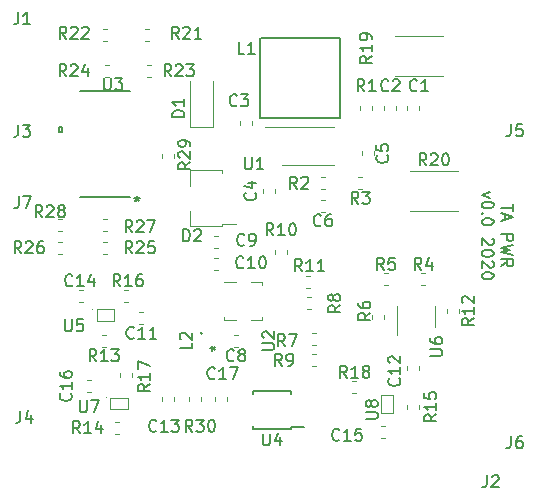
<source format=gto>
G04 #@! TF.GenerationSoftware,KiCad,Pcbnew,(5.1.5)-3*
G04 #@! TF.CreationDate,2020-07-17T16:05:18+01:00*
G04 #@! TF.ProjectId,power-board,706f7765-722d-4626-9f61-72642e6b6963,v0*
G04 #@! TF.SameCoordinates,Original*
G04 #@! TF.FileFunction,Legend,Top*
G04 #@! TF.FilePolarity,Positive*
%FSLAX46Y46*%
G04 Gerber Fmt 4.6, Leading zero omitted, Abs format (unit mm)*
G04 Created by KiCad (PCBNEW (5.1.5)-3) date 2020-07-17 16:05:18*
%MOMM*%
%LPD*%
G04 APERTURE LIST*
%ADD10C,0.150000*%
%ADD11C,0.120000*%
%ADD12C,0.152400*%
G04 APERTURE END LIST*
D10*
X175616619Y-105283333D02*
X175616619Y-105854761D01*
X174616619Y-105569047D02*
X175616619Y-105569047D01*
X174902333Y-106140476D02*
X174902333Y-106616666D01*
X174616619Y-106045238D02*
X175616619Y-106378571D01*
X174616619Y-106711904D01*
X174616619Y-107807142D02*
X175616619Y-107807142D01*
X175616619Y-108188095D01*
X175569000Y-108283333D01*
X175521380Y-108330952D01*
X175426142Y-108378571D01*
X175283285Y-108378571D01*
X175188047Y-108330952D01*
X175140428Y-108283333D01*
X175092809Y-108188095D01*
X175092809Y-107807142D01*
X175616619Y-108711904D02*
X174616619Y-108950000D01*
X175330904Y-109140476D01*
X174616619Y-109330952D01*
X175616619Y-109569047D01*
X174616619Y-110521428D02*
X175092809Y-110188095D01*
X174616619Y-109950000D02*
X175616619Y-109950000D01*
X175616619Y-110330952D01*
X175569000Y-110426190D01*
X175521380Y-110473809D01*
X175426142Y-110521428D01*
X175283285Y-110521428D01*
X175188047Y-110473809D01*
X175140428Y-110426190D01*
X175092809Y-110330952D01*
X175092809Y-109950000D01*
X173633285Y-104235714D02*
X172966619Y-104473809D01*
X173633285Y-104711904D01*
X173966619Y-105283333D02*
X173966619Y-105378571D01*
X173919000Y-105473809D01*
X173871380Y-105521428D01*
X173776142Y-105569047D01*
X173585666Y-105616666D01*
X173347571Y-105616666D01*
X173157095Y-105569047D01*
X173061857Y-105521428D01*
X173014238Y-105473809D01*
X172966619Y-105378571D01*
X172966619Y-105283333D01*
X173014238Y-105188095D01*
X173061857Y-105140476D01*
X173157095Y-105092857D01*
X173347571Y-105045238D01*
X173585666Y-105045238D01*
X173776142Y-105092857D01*
X173871380Y-105140476D01*
X173919000Y-105188095D01*
X173966619Y-105283333D01*
X173061857Y-106045238D02*
X173014238Y-106092857D01*
X172966619Y-106045238D01*
X173014238Y-105997619D01*
X173061857Y-106045238D01*
X172966619Y-106045238D01*
X173966619Y-106711904D02*
X173966619Y-106807142D01*
X173919000Y-106902380D01*
X173871380Y-106950000D01*
X173776142Y-106997619D01*
X173585666Y-107045238D01*
X173347571Y-107045238D01*
X173157095Y-106997619D01*
X173061857Y-106950000D01*
X173014238Y-106902380D01*
X172966619Y-106807142D01*
X172966619Y-106711904D01*
X173014238Y-106616666D01*
X173061857Y-106569047D01*
X173157095Y-106521428D01*
X173347571Y-106473809D01*
X173585666Y-106473809D01*
X173776142Y-106521428D01*
X173871380Y-106569047D01*
X173919000Y-106616666D01*
X173966619Y-106711904D01*
X173871380Y-108188095D02*
X173919000Y-108235714D01*
X173966619Y-108330952D01*
X173966619Y-108569047D01*
X173919000Y-108664285D01*
X173871380Y-108711904D01*
X173776142Y-108759523D01*
X173680904Y-108759523D01*
X173538047Y-108711904D01*
X172966619Y-108140476D01*
X172966619Y-108759523D01*
X173966619Y-109378571D02*
X173966619Y-109473809D01*
X173919000Y-109569047D01*
X173871380Y-109616666D01*
X173776142Y-109664285D01*
X173585666Y-109711904D01*
X173347571Y-109711904D01*
X173157095Y-109664285D01*
X173061857Y-109616666D01*
X173014238Y-109569047D01*
X172966619Y-109473809D01*
X172966619Y-109378571D01*
X173014238Y-109283333D01*
X173061857Y-109235714D01*
X173157095Y-109188095D01*
X173347571Y-109140476D01*
X173585666Y-109140476D01*
X173776142Y-109188095D01*
X173871380Y-109235714D01*
X173919000Y-109283333D01*
X173966619Y-109378571D01*
X173871380Y-110092857D02*
X173919000Y-110140476D01*
X173966619Y-110235714D01*
X173966619Y-110473809D01*
X173919000Y-110569047D01*
X173871380Y-110616666D01*
X173776142Y-110664285D01*
X173680904Y-110664285D01*
X173538047Y-110616666D01*
X172966619Y-110045238D01*
X172966619Y-110664285D01*
X173966619Y-111283333D02*
X173966619Y-111378571D01*
X173919000Y-111473809D01*
X173871380Y-111521428D01*
X173776142Y-111569047D01*
X173585666Y-111616666D01*
X173347571Y-111616666D01*
X173157095Y-111569047D01*
X173061857Y-111521428D01*
X173014238Y-111473809D01*
X172966619Y-111378571D01*
X172966619Y-111283333D01*
X173014238Y-111188095D01*
X173061857Y-111140476D01*
X173157095Y-111092857D01*
X173347571Y-111045238D01*
X173585666Y-111045238D01*
X173776142Y-111092857D01*
X173871380Y-111140476D01*
X173919000Y-111188095D01*
X173966619Y-111283333D01*
D11*
X151141000Y-111868000D02*
X152146000Y-111868000D01*
X154391000Y-111868000D02*
X154391000Y-112098000D01*
X153416000Y-111868000D02*
X154391000Y-111868000D01*
X153416000Y-115088000D02*
X154391000Y-115088000D01*
X154391000Y-114858000D02*
X154391000Y-115088000D01*
X151171000Y-115088000D02*
X152146000Y-115088000D01*
X151171000Y-114858000D02*
X151171000Y-115088000D01*
D12*
X149301200Y-116205000D02*
G75*
G03X149301200Y-116205000I-76200J0D01*
G01*
D11*
X149227000Y-121955779D02*
X149227000Y-121630221D01*
X148207000Y-121955779D02*
X148207000Y-121630221D01*
X155450000Y-103977221D02*
X155450000Y-104302779D01*
X154430000Y-103977221D02*
X154430000Y-104302779D01*
X151008500Y-102415000D02*
X151008500Y-102645000D01*
X151008500Y-107135000D02*
X151008500Y-106905000D01*
X151008500Y-107135000D02*
X148288500Y-107135000D01*
X148288500Y-107135000D02*
X148288500Y-105825000D01*
X152148500Y-106905000D02*
X151008500Y-106905000D01*
X148288500Y-102415000D02*
X151008500Y-102415000D01*
X148288500Y-103725000D02*
X148288500Y-102415000D01*
X167642000Y-96992221D02*
X167642000Y-97317779D01*
X166622000Y-96992221D02*
X166622000Y-97317779D01*
X164717000Y-96992221D02*
X164717000Y-97317779D01*
X165737000Y-96992221D02*
X165737000Y-97317779D01*
X152525000Y-98587779D02*
X152525000Y-98262221D01*
X153545000Y-98587779D02*
X153545000Y-98262221D01*
X163832000Y-101127779D02*
X163832000Y-100802221D01*
X162812000Y-101127779D02*
X162812000Y-100802221D01*
X159349221Y-105920000D02*
X159674779Y-105920000D01*
X159349221Y-104900000D02*
X159674779Y-104900000D01*
X151983221Y-116330000D02*
X152308779Y-116330000D01*
X151983221Y-117350000D02*
X152308779Y-117350000D01*
X150657779Y-108968000D02*
X150332221Y-108968000D01*
X150657779Y-107948000D02*
X150332221Y-107948000D01*
X150657779Y-109853000D02*
X150332221Y-109853000D01*
X150657779Y-110873000D02*
X150332221Y-110873000D01*
X143982221Y-115445000D02*
X144307779Y-115445000D01*
X143982221Y-114425000D02*
X144307779Y-114425000D01*
X166622000Y-118963221D02*
X166622000Y-119288779D01*
X167642000Y-118963221D02*
X167642000Y-119288779D01*
X146941000Y-121955779D02*
X146941000Y-121630221D01*
X145921000Y-121955779D02*
X145921000Y-121630221D01*
X139227779Y-113540000D02*
X138902221Y-113540000D01*
X139227779Y-112520000D02*
X138902221Y-112520000D01*
X164754779Y-125097000D02*
X164429221Y-125097000D01*
X164754779Y-124077000D02*
X164429221Y-124077000D01*
X139537221Y-120140000D02*
X139862779Y-120140000D01*
X139537221Y-121160000D02*
X139862779Y-121160000D01*
X151386000Y-121955779D02*
X151386000Y-121630221D01*
X150366000Y-121955779D02*
X150366000Y-121630221D01*
X148225000Y-98720000D02*
X150225000Y-98720000D01*
X150225000Y-98720000D02*
X150225000Y-94870000D01*
X148225000Y-98720000D02*
X148225000Y-94870000D01*
D10*
X160982000Y-91240000D02*
X154232000Y-91240000D01*
X160982000Y-97990000D02*
X154232000Y-97990000D01*
X160982000Y-91240000D02*
X160982000Y-97990000D01*
X154200200Y-91240000D02*
X154200200Y-97990000D01*
D11*
X163705000Y-97317779D02*
X163705000Y-96992221D01*
X162685000Y-97317779D02*
X162685000Y-96992221D01*
X159349221Y-104015000D02*
X159674779Y-104015000D01*
X159349221Y-102995000D02*
X159674779Y-102995000D01*
X162524221Y-102995000D02*
X162849779Y-102995000D01*
X162524221Y-104015000D02*
X162849779Y-104015000D01*
X168183779Y-112143000D02*
X167858221Y-112143000D01*
X168183779Y-111123000D02*
X167858221Y-111123000D01*
X165008779Y-111123000D02*
X164683221Y-111123000D01*
X165008779Y-112143000D02*
X164683221Y-112143000D01*
X164721000Y-114645221D02*
X164721000Y-114970779D01*
X163701000Y-114645221D02*
X163701000Y-114970779D01*
X158587221Y-116203000D02*
X158912779Y-116203000D01*
X158587221Y-117223000D02*
X158912779Y-117223000D01*
X158531779Y-113155000D02*
X158206221Y-113155000D01*
X158531779Y-114175000D02*
X158206221Y-114175000D01*
X158912779Y-119001000D02*
X158587221Y-119001000D01*
X158912779Y-117981000D02*
X158587221Y-117981000D01*
X156466000Y-109184221D02*
X156466000Y-109509779D01*
X155446000Y-109184221D02*
X155446000Y-109509779D01*
X158079221Y-112397000D02*
X158404779Y-112397000D01*
X158079221Y-111377000D02*
X158404779Y-111377000D01*
X171071000Y-114137221D02*
X171071000Y-114462779D01*
X170051000Y-114137221D02*
X170051000Y-114462779D01*
X141132779Y-116330000D02*
X140807221Y-116330000D01*
X141132779Y-117350000D02*
X140807221Y-117350000D01*
X142275779Y-123696000D02*
X141950221Y-123696000D01*
X142275779Y-124716000D02*
X141950221Y-124716000D01*
X167642000Y-122265221D02*
X167642000Y-122590779D01*
X166622000Y-122265221D02*
X166622000Y-122590779D01*
X142712221Y-112520000D02*
X143037779Y-112520000D01*
X142712221Y-113540000D02*
X143037779Y-113540000D01*
X142365000Y-119923779D02*
X142365000Y-119598221D01*
X143385000Y-119923779D02*
X143385000Y-119598221D01*
X162341779Y-121287000D02*
X162016221Y-121287000D01*
X162341779Y-120267000D02*
X162016221Y-120267000D01*
X169692064Y-94420000D02*
X165587936Y-94420000D01*
X169692064Y-91000000D02*
X165587936Y-91000000D01*
X166857936Y-105850000D02*
X170962064Y-105850000D01*
X166857936Y-102430000D02*
X170962064Y-102430000D01*
X144815779Y-90422000D02*
X144490221Y-90422000D01*
X144815779Y-91442000D02*
X144490221Y-91442000D01*
X141259779Y-91442000D02*
X140934221Y-91442000D01*
X141259779Y-90422000D02*
X140934221Y-90422000D01*
X144942779Y-93470000D02*
X144617221Y-93470000D01*
X144942779Y-94490000D02*
X144617221Y-94490000D01*
X141386779Y-94490000D02*
X141061221Y-94490000D01*
X141386779Y-93470000D02*
X141061221Y-93470000D01*
X141259779Y-108456000D02*
X140934221Y-108456000D01*
X141259779Y-109476000D02*
X140934221Y-109476000D01*
X137449779Y-109476000D02*
X137124221Y-109476000D01*
X137449779Y-108456000D02*
X137124221Y-108456000D01*
X141259779Y-106551000D02*
X140934221Y-106551000D01*
X141259779Y-107571000D02*
X140934221Y-107571000D01*
X137449779Y-107571000D02*
X137124221Y-107571000D01*
X137449779Y-106551000D02*
X137124221Y-106551000D01*
X146941000Y-101381779D02*
X146941000Y-101056221D01*
X145921000Y-101381779D02*
X145921000Y-101056221D01*
X158242000Y-101940000D02*
X160442000Y-101940000D01*
X158242000Y-101940000D02*
X156042000Y-101940000D01*
X158242000Y-98720000D02*
X160442000Y-98720000D01*
X158242000Y-98720000D02*
X154642000Y-98720000D01*
D12*
X143217900Y-95707200D02*
X138976100Y-95707200D01*
X138976100Y-104698800D02*
X143217900Y-104698800D01*
X137134600Y-99123500D02*
X137134600Y-98742500D01*
X137134600Y-98742500D02*
X137388600Y-98742500D01*
X137388600Y-98742500D02*
X137388600Y-99123500D01*
X137388600Y-99123500D02*
X137134600Y-99123500D01*
D10*
X156819000Y-124307000D02*
X156819000Y-124132000D01*
X153569000Y-124307000D02*
X153569000Y-124032000D01*
X153569000Y-121057000D02*
X153569000Y-121332000D01*
X156819000Y-121057000D02*
X156819000Y-121332000D01*
X156819000Y-124307000D02*
X153569000Y-124307000D01*
X156819000Y-121057000D02*
X153569000Y-121057000D01*
X156819000Y-124132000D02*
X157894000Y-124132000D01*
D11*
X140347000Y-114181000D02*
X140347000Y-115181000D01*
X140347000Y-115181000D02*
X141847000Y-115181000D01*
X141847000Y-115181000D02*
X141847000Y-114181000D01*
X141847000Y-114181000D02*
X140347000Y-114181000D01*
X140047000Y-114181000D02*
G75*
G03X140047000Y-114181000I-50000J0D01*
G01*
X168996000Y-115708000D02*
X168996000Y-113908000D01*
X165776000Y-113908000D02*
X165776000Y-116358000D01*
X141194000Y-121637000D02*
G75*
G03X141194000Y-121637000I-50000J0D01*
G01*
X142994000Y-121637000D02*
X141494000Y-121637000D01*
X142994000Y-122637000D02*
X142994000Y-121637000D01*
X141494000Y-122637000D02*
X142994000Y-122637000D01*
X141494000Y-121637000D02*
X141494000Y-122637000D01*
X164523000Y-123274000D02*
G75*
G03X164523000Y-123274000I-50000J0D01*
G01*
X164473000Y-121424000D02*
X164473000Y-122924000D01*
X165473000Y-121424000D02*
X164473000Y-121424000D01*
X165473000Y-122924000D02*
X165473000Y-121424000D01*
X164473000Y-122924000D02*
X165473000Y-122924000D01*
D10*
X154392380Y-117601904D02*
X155201904Y-117601904D01*
X155297142Y-117554285D01*
X155344761Y-117506666D01*
X155392380Y-117411428D01*
X155392380Y-117220952D01*
X155344761Y-117125714D01*
X155297142Y-117078095D01*
X155201904Y-117030476D01*
X154392380Y-117030476D01*
X154487619Y-116601904D02*
X154440000Y-116554285D01*
X154392380Y-116459047D01*
X154392380Y-116220952D01*
X154440000Y-116125714D01*
X154487619Y-116078095D01*
X154582857Y-116030476D01*
X154678095Y-116030476D01*
X154820952Y-116078095D01*
X155392380Y-116649523D01*
X155392380Y-116030476D01*
X148407380Y-117006666D02*
X148407380Y-117482857D01*
X147407380Y-117482857D01*
X147502619Y-116720952D02*
X147455000Y-116673333D01*
X147407380Y-116578095D01*
X147407380Y-116340000D01*
X147455000Y-116244761D01*
X147502619Y-116197142D01*
X147597857Y-116149523D01*
X147693095Y-116149523D01*
X147835952Y-116197142D01*
X148407380Y-116768571D01*
X148407380Y-116149523D01*
X149947380Y-117475000D02*
X150185476Y-117475000D01*
X150090238Y-117713095D02*
X150185476Y-117475000D01*
X150090238Y-117236904D01*
X150375952Y-117617857D02*
X150185476Y-117475000D01*
X150375952Y-117332142D01*
X148455142Y-124531380D02*
X148121809Y-124055190D01*
X147883714Y-124531380D02*
X147883714Y-123531380D01*
X148264666Y-123531380D01*
X148359904Y-123579000D01*
X148407523Y-123626619D01*
X148455142Y-123721857D01*
X148455142Y-123864714D01*
X148407523Y-123959952D01*
X148359904Y-124007571D01*
X148264666Y-124055190D01*
X147883714Y-124055190D01*
X148788476Y-123531380D02*
X149407523Y-123531380D01*
X149074190Y-123912333D01*
X149217047Y-123912333D01*
X149312285Y-123959952D01*
X149359904Y-124007571D01*
X149407523Y-124102809D01*
X149407523Y-124340904D01*
X149359904Y-124436142D01*
X149312285Y-124483761D01*
X149217047Y-124531380D01*
X148931333Y-124531380D01*
X148836095Y-124483761D01*
X148788476Y-124436142D01*
X150026571Y-123531380D02*
X150121809Y-123531380D01*
X150217047Y-123579000D01*
X150264666Y-123626619D01*
X150312285Y-123721857D01*
X150359904Y-123912333D01*
X150359904Y-124150428D01*
X150312285Y-124340904D01*
X150264666Y-124436142D01*
X150217047Y-124483761D01*
X150121809Y-124531380D01*
X150026571Y-124531380D01*
X149931333Y-124483761D01*
X149883714Y-124436142D01*
X149836095Y-124340904D01*
X149788476Y-124150428D01*
X149788476Y-123912333D01*
X149836095Y-123721857D01*
X149883714Y-123626619D01*
X149931333Y-123579000D01*
X150026571Y-123531380D01*
X153773142Y-104306666D02*
X153820761Y-104354285D01*
X153868380Y-104497142D01*
X153868380Y-104592380D01*
X153820761Y-104735238D01*
X153725523Y-104830476D01*
X153630285Y-104878095D01*
X153439809Y-104925714D01*
X153296952Y-104925714D01*
X153106476Y-104878095D01*
X153011238Y-104830476D01*
X152916000Y-104735238D01*
X152868380Y-104592380D01*
X152868380Y-104497142D01*
X152916000Y-104354285D01*
X152963619Y-104306666D01*
X153201714Y-103449523D02*
X153868380Y-103449523D01*
X152820761Y-103687619D02*
X153535047Y-103925714D01*
X153535047Y-103306666D01*
X147686404Y-108402380D02*
X147686404Y-107402380D01*
X147924500Y-107402380D01*
X148067357Y-107450000D01*
X148162595Y-107545238D01*
X148210214Y-107640476D01*
X148257833Y-107830952D01*
X148257833Y-107973809D01*
X148210214Y-108164285D01*
X148162595Y-108259523D01*
X148067357Y-108354761D01*
X147924500Y-108402380D01*
X147686404Y-108402380D01*
X148638785Y-107497619D02*
X148686404Y-107450000D01*
X148781642Y-107402380D01*
X149019738Y-107402380D01*
X149114976Y-107450000D01*
X149162595Y-107497619D01*
X149210214Y-107592857D01*
X149210214Y-107688095D01*
X149162595Y-107830952D01*
X148591166Y-108402380D01*
X149210214Y-108402380D01*
X167473333Y-95607142D02*
X167425714Y-95654761D01*
X167282857Y-95702380D01*
X167187619Y-95702380D01*
X167044761Y-95654761D01*
X166949523Y-95559523D01*
X166901904Y-95464285D01*
X166854285Y-95273809D01*
X166854285Y-95130952D01*
X166901904Y-94940476D01*
X166949523Y-94845238D01*
X167044761Y-94750000D01*
X167187619Y-94702380D01*
X167282857Y-94702380D01*
X167425714Y-94750000D01*
X167473333Y-94797619D01*
X168425714Y-95702380D02*
X167854285Y-95702380D01*
X168140000Y-95702380D02*
X168140000Y-94702380D01*
X168044761Y-94845238D01*
X167949523Y-94940476D01*
X167854285Y-94988095D01*
X165060333Y-95607142D02*
X165012714Y-95654761D01*
X164869857Y-95702380D01*
X164774619Y-95702380D01*
X164631761Y-95654761D01*
X164536523Y-95559523D01*
X164488904Y-95464285D01*
X164441285Y-95273809D01*
X164441285Y-95130952D01*
X164488904Y-94940476D01*
X164536523Y-94845238D01*
X164631761Y-94750000D01*
X164774619Y-94702380D01*
X164869857Y-94702380D01*
X165012714Y-94750000D01*
X165060333Y-94797619D01*
X165441285Y-94797619D02*
X165488904Y-94750000D01*
X165584142Y-94702380D01*
X165822238Y-94702380D01*
X165917476Y-94750000D01*
X165965095Y-94797619D01*
X166012714Y-94892857D01*
X166012714Y-94988095D01*
X165965095Y-95130952D01*
X165393666Y-95702380D01*
X166012714Y-95702380D01*
X152233333Y-96877142D02*
X152185714Y-96924761D01*
X152042857Y-96972380D01*
X151947619Y-96972380D01*
X151804761Y-96924761D01*
X151709523Y-96829523D01*
X151661904Y-96734285D01*
X151614285Y-96543809D01*
X151614285Y-96400952D01*
X151661904Y-96210476D01*
X151709523Y-96115238D01*
X151804761Y-96020000D01*
X151947619Y-95972380D01*
X152042857Y-95972380D01*
X152185714Y-96020000D01*
X152233333Y-96067619D01*
X152566666Y-95972380D02*
X153185714Y-95972380D01*
X152852380Y-96353333D01*
X152995238Y-96353333D01*
X153090476Y-96400952D01*
X153138095Y-96448571D01*
X153185714Y-96543809D01*
X153185714Y-96781904D01*
X153138095Y-96877142D01*
X153090476Y-96924761D01*
X152995238Y-96972380D01*
X152709523Y-96972380D01*
X152614285Y-96924761D01*
X152566666Y-96877142D01*
X164949142Y-101131666D02*
X164996761Y-101179285D01*
X165044380Y-101322142D01*
X165044380Y-101417380D01*
X164996761Y-101560238D01*
X164901523Y-101655476D01*
X164806285Y-101703095D01*
X164615809Y-101750714D01*
X164472952Y-101750714D01*
X164282476Y-101703095D01*
X164187238Y-101655476D01*
X164092000Y-101560238D01*
X164044380Y-101417380D01*
X164044380Y-101322142D01*
X164092000Y-101179285D01*
X164139619Y-101131666D01*
X164044380Y-100226904D02*
X164044380Y-100703095D01*
X164520571Y-100750714D01*
X164472952Y-100703095D01*
X164425333Y-100607857D01*
X164425333Y-100369761D01*
X164472952Y-100274523D01*
X164520571Y-100226904D01*
X164615809Y-100179285D01*
X164853904Y-100179285D01*
X164949142Y-100226904D01*
X164996761Y-100274523D01*
X165044380Y-100369761D01*
X165044380Y-100607857D01*
X164996761Y-100703095D01*
X164949142Y-100750714D01*
X159345333Y-107037142D02*
X159297714Y-107084761D01*
X159154857Y-107132380D01*
X159059619Y-107132380D01*
X158916761Y-107084761D01*
X158821523Y-106989523D01*
X158773904Y-106894285D01*
X158726285Y-106703809D01*
X158726285Y-106560952D01*
X158773904Y-106370476D01*
X158821523Y-106275238D01*
X158916761Y-106180000D01*
X159059619Y-106132380D01*
X159154857Y-106132380D01*
X159297714Y-106180000D01*
X159345333Y-106227619D01*
X160202476Y-106132380D02*
X160012000Y-106132380D01*
X159916761Y-106180000D01*
X159869142Y-106227619D01*
X159773904Y-106370476D01*
X159726285Y-106560952D01*
X159726285Y-106941904D01*
X159773904Y-107037142D01*
X159821523Y-107084761D01*
X159916761Y-107132380D01*
X160107238Y-107132380D01*
X160202476Y-107084761D01*
X160250095Y-107037142D01*
X160297714Y-106941904D01*
X160297714Y-106703809D01*
X160250095Y-106608571D01*
X160202476Y-106560952D01*
X160107238Y-106513333D01*
X159916761Y-106513333D01*
X159821523Y-106560952D01*
X159773904Y-106608571D01*
X159726285Y-106703809D01*
X151979333Y-118467142D02*
X151931714Y-118514761D01*
X151788857Y-118562380D01*
X151693619Y-118562380D01*
X151550761Y-118514761D01*
X151455523Y-118419523D01*
X151407904Y-118324285D01*
X151360285Y-118133809D01*
X151360285Y-117990952D01*
X151407904Y-117800476D01*
X151455523Y-117705238D01*
X151550761Y-117610000D01*
X151693619Y-117562380D01*
X151788857Y-117562380D01*
X151931714Y-117610000D01*
X151979333Y-117657619D01*
X152550761Y-117990952D02*
X152455523Y-117943333D01*
X152407904Y-117895714D01*
X152360285Y-117800476D01*
X152360285Y-117752857D01*
X152407904Y-117657619D01*
X152455523Y-117610000D01*
X152550761Y-117562380D01*
X152741238Y-117562380D01*
X152836476Y-117610000D01*
X152884095Y-117657619D01*
X152931714Y-117752857D01*
X152931714Y-117800476D01*
X152884095Y-117895714D01*
X152836476Y-117943333D01*
X152741238Y-117990952D01*
X152550761Y-117990952D01*
X152455523Y-118038571D01*
X152407904Y-118086190D01*
X152360285Y-118181428D01*
X152360285Y-118371904D01*
X152407904Y-118467142D01*
X152455523Y-118514761D01*
X152550761Y-118562380D01*
X152741238Y-118562380D01*
X152836476Y-118514761D01*
X152884095Y-118467142D01*
X152931714Y-118371904D01*
X152931714Y-118181428D01*
X152884095Y-118086190D01*
X152836476Y-118038571D01*
X152741238Y-117990952D01*
X152868333Y-108688142D02*
X152820714Y-108735761D01*
X152677857Y-108783380D01*
X152582619Y-108783380D01*
X152439761Y-108735761D01*
X152344523Y-108640523D01*
X152296904Y-108545285D01*
X152249285Y-108354809D01*
X152249285Y-108211952D01*
X152296904Y-108021476D01*
X152344523Y-107926238D01*
X152439761Y-107831000D01*
X152582619Y-107783380D01*
X152677857Y-107783380D01*
X152820714Y-107831000D01*
X152868333Y-107878619D01*
X153344523Y-108783380D02*
X153535000Y-108783380D01*
X153630238Y-108735761D01*
X153677857Y-108688142D01*
X153773095Y-108545285D01*
X153820714Y-108354809D01*
X153820714Y-107973857D01*
X153773095Y-107878619D01*
X153725476Y-107831000D01*
X153630238Y-107783380D01*
X153439761Y-107783380D01*
X153344523Y-107831000D01*
X153296904Y-107878619D01*
X153249285Y-107973857D01*
X153249285Y-108211952D01*
X153296904Y-108307190D01*
X153344523Y-108354809D01*
X153439761Y-108402428D01*
X153630238Y-108402428D01*
X153725476Y-108354809D01*
X153773095Y-108307190D01*
X153820714Y-108211952D01*
X152773142Y-110593142D02*
X152725523Y-110640761D01*
X152582666Y-110688380D01*
X152487428Y-110688380D01*
X152344571Y-110640761D01*
X152249333Y-110545523D01*
X152201714Y-110450285D01*
X152154095Y-110259809D01*
X152154095Y-110116952D01*
X152201714Y-109926476D01*
X152249333Y-109831238D01*
X152344571Y-109736000D01*
X152487428Y-109688380D01*
X152582666Y-109688380D01*
X152725523Y-109736000D01*
X152773142Y-109783619D01*
X153725523Y-110688380D02*
X153154095Y-110688380D01*
X153439809Y-110688380D02*
X153439809Y-109688380D01*
X153344571Y-109831238D01*
X153249333Y-109926476D01*
X153154095Y-109974095D01*
X154344571Y-109688380D02*
X154439809Y-109688380D01*
X154535047Y-109736000D01*
X154582666Y-109783619D01*
X154630285Y-109878857D01*
X154677904Y-110069333D01*
X154677904Y-110307428D01*
X154630285Y-110497904D01*
X154582666Y-110593142D01*
X154535047Y-110640761D01*
X154439809Y-110688380D01*
X154344571Y-110688380D01*
X154249333Y-110640761D01*
X154201714Y-110593142D01*
X154154095Y-110497904D01*
X154106476Y-110307428D01*
X154106476Y-110069333D01*
X154154095Y-109878857D01*
X154201714Y-109783619D01*
X154249333Y-109736000D01*
X154344571Y-109688380D01*
X143502142Y-116562142D02*
X143454523Y-116609761D01*
X143311666Y-116657380D01*
X143216428Y-116657380D01*
X143073571Y-116609761D01*
X142978333Y-116514523D01*
X142930714Y-116419285D01*
X142883095Y-116228809D01*
X142883095Y-116085952D01*
X142930714Y-115895476D01*
X142978333Y-115800238D01*
X143073571Y-115705000D01*
X143216428Y-115657380D01*
X143311666Y-115657380D01*
X143454523Y-115705000D01*
X143502142Y-115752619D01*
X144454523Y-116657380D02*
X143883095Y-116657380D01*
X144168809Y-116657380D02*
X144168809Y-115657380D01*
X144073571Y-115800238D01*
X143978333Y-115895476D01*
X143883095Y-115943095D01*
X145406904Y-116657380D02*
X144835476Y-116657380D01*
X145121190Y-116657380D02*
X145121190Y-115657380D01*
X145025952Y-115800238D01*
X144930714Y-115895476D01*
X144835476Y-115943095D01*
X165965142Y-120022857D02*
X166012761Y-120070476D01*
X166060380Y-120213333D01*
X166060380Y-120308571D01*
X166012761Y-120451428D01*
X165917523Y-120546666D01*
X165822285Y-120594285D01*
X165631809Y-120641904D01*
X165488952Y-120641904D01*
X165298476Y-120594285D01*
X165203238Y-120546666D01*
X165108000Y-120451428D01*
X165060380Y-120308571D01*
X165060380Y-120213333D01*
X165108000Y-120070476D01*
X165155619Y-120022857D01*
X166060380Y-119070476D02*
X166060380Y-119641904D01*
X166060380Y-119356190D02*
X165060380Y-119356190D01*
X165203238Y-119451428D01*
X165298476Y-119546666D01*
X165346095Y-119641904D01*
X165155619Y-118689523D02*
X165108000Y-118641904D01*
X165060380Y-118546666D01*
X165060380Y-118308571D01*
X165108000Y-118213333D01*
X165155619Y-118165714D01*
X165250857Y-118118095D01*
X165346095Y-118118095D01*
X165488952Y-118165714D01*
X166060380Y-118737142D01*
X166060380Y-118118095D01*
X145407142Y-124436142D02*
X145359523Y-124483761D01*
X145216666Y-124531380D01*
X145121428Y-124531380D01*
X144978571Y-124483761D01*
X144883333Y-124388523D01*
X144835714Y-124293285D01*
X144788095Y-124102809D01*
X144788095Y-123959952D01*
X144835714Y-123769476D01*
X144883333Y-123674238D01*
X144978571Y-123579000D01*
X145121428Y-123531380D01*
X145216666Y-123531380D01*
X145359523Y-123579000D01*
X145407142Y-123626619D01*
X146359523Y-124531380D02*
X145788095Y-124531380D01*
X146073809Y-124531380D02*
X146073809Y-123531380D01*
X145978571Y-123674238D01*
X145883333Y-123769476D01*
X145788095Y-123817095D01*
X146692857Y-123531380D02*
X147311904Y-123531380D01*
X146978571Y-123912333D01*
X147121428Y-123912333D01*
X147216666Y-123959952D01*
X147264285Y-124007571D01*
X147311904Y-124102809D01*
X147311904Y-124340904D01*
X147264285Y-124436142D01*
X147216666Y-124483761D01*
X147121428Y-124531380D01*
X146835714Y-124531380D01*
X146740476Y-124483761D01*
X146692857Y-124436142D01*
X138295142Y-112117142D02*
X138247523Y-112164761D01*
X138104666Y-112212380D01*
X138009428Y-112212380D01*
X137866571Y-112164761D01*
X137771333Y-112069523D01*
X137723714Y-111974285D01*
X137676095Y-111783809D01*
X137676095Y-111640952D01*
X137723714Y-111450476D01*
X137771333Y-111355238D01*
X137866571Y-111260000D01*
X138009428Y-111212380D01*
X138104666Y-111212380D01*
X138247523Y-111260000D01*
X138295142Y-111307619D01*
X139247523Y-112212380D02*
X138676095Y-112212380D01*
X138961809Y-112212380D02*
X138961809Y-111212380D01*
X138866571Y-111355238D01*
X138771333Y-111450476D01*
X138676095Y-111498095D01*
X140104666Y-111545714D02*
X140104666Y-112212380D01*
X139866571Y-111164761D02*
X139628476Y-111879047D01*
X140247523Y-111879047D01*
X160901142Y-125198142D02*
X160853523Y-125245761D01*
X160710666Y-125293380D01*
X160615428Y-125293380D01*
X160472571Y-125245761D01*
X160377333Y-125150523D01*
X160329714Y-125055285D01*
X160282095Y-124864809D01*
X160282095Y-124721952D01*
X160329714Y-124531476D01*
X160377333Y-124436238D01*
X160472571Y-124341000D01*
X160615428Y-124293380D01*
X160710666Y-124293380D01*
X160853523Y-124341000D01*
X160901142Y-124388619D01*
X161853523Y-125293380D02*
X161282095Y-125293380D01*
X161567809Y-125293380D02*
X161567809Y-124293380D01*
X161472571Y-124436238D01*
X161377333Y-124531476D01*
X161282095Y-124579095D01*
X162758285Y-124293380D02*
X162282095Y-124293380D01*
X162234476Y-124769571D01*
X162282095Y-124721952D01*
X162377333Y-124674333D01*
X162615428Y-124674333D01*
X162710666Y-124721952D01*
X162758285Y-124769571D01*
X162805904Y-124864809D01*
X162805904Y-125102904D01*
X162758285Y-125198142D01*
X162710666Y-125245761D01*
X162615428Y-125293380D01*
X162377333Y-125293380D01*
X162282095Y-125245761D01*
X162234476Y-125198142D01*
X138152142Y-121292857D02*
X138199761Y-121340476D01*
X138247380Y-121483333D01*
X138247380Y-121578571D01*
X138199761Y-121721428D01*
X138104523Y-121816666D01*
X138009285Y-121864285D01*
X137818809Y-121911904D01*
X137675952Y-121911904D01*
X137485476Y-121864285D01*
X137390238Y-121816666D01*
X137295000Y-121721428D01*
X137247380Y-121578571D01*
X137247380Y-121483333D01*
X137295000Y-121340476D01*
X137342619Y-121292857D01*
X138247380Y-120340476D02*
X138247380Y-120911904D01*
X138247380Y-120626190D02*
X137247380Y-120626190D01*
X137390238Y-120721428D01*
X137485476Y-120816666D01*
X137533095Y-120911904D01*
X137247380Y-119483333D02*
X137247380Y-119673809D01*
X137295000Y-119769047D01*
X137342619Y-119816666D01*
X137485476Y-119911904D01*
X137675952Y-119959523D01*
X138056904Y-119959523D01*
X138152142Y-119911904D01*
X138199761Y-119864285D01*
X138247380Y-119769047D01*
X138247380Y-119578571D01*
X138199761Y-119483333D01*
X138152142Y-119435714D01*
X138056904Y-119388095D01*
X137818809Y-119388095D01*
X137723571Y-119435714D01*
X137675952Y-119483333D01*
X137628333Y-119578571D01*
X137628333Y-119769047D01*
X137675952Y-119864285D01*
X137723571Y-119911904D01*
X137818809Y-119959523D01*
X150360142Y-119991142D02*
X150312523Y-120038761D01*
X150169666Y-120086380D01*
X150074428Y-120086380D01*
X149931571Y-120038761D01*
X149836333Y-119943523D01*
X149788714Y-119848285D01*
X149741095Y-119657809D01*
X149741095Y-119514952D01*
X149788714Y-119324476D01*
X149836333Y-119229238D01*
X149931571Y-119134000D01*
X150074428Y-119086380D01*
X150169666Y-119086380D01*
X150312523Y-119134000D01*
X150360142Y-119181619D01*
X151312523Y-120086380D02*
X150741095Y-120086380D01*
X151026809Y-120086380D02*
X151026809Y-119086380D01*
X150931571Y-119229238D01*
X150836333Y-119324476D01*
X150741095Y-119372095D01*
X151645857Y-119086380D02*
X152312523Y-119086380D01*
X151883952Y-120086380D01*
X147772380Y-97893095D02*
X146772380Y-97893095D01*
X146772380Y-97655000D01*
X146820000Y-97512142D01*
X146915238Y-97416904D01*
X147010476Y-97369285D01*
X147200952Y-97321666D01*
X147343809Y-97321666D01*
X147534285Y-97369285D01*
X147629523Y-97416904D01*
X147724761Y-97512142D01*
X147772380Y-97655000D01*
X147772380Y-97893095D01*
X147772380Y-96369285D02*
X147772380Y-96940714D01*
X147772380Y-96655000D02*
X146772380Y-96655000D01*
X146915238Y-96750238D01*
X147010476Y-96845476D01*
X147058095Y-96940714D01*
X133711666Y-89037380D02*
X133711666Y-89751666D01*
X133664047Y-89894523D01*
X133568809Y-89989761D01*
X133425952Y-90037380D01*
X133330714Y-90037380D01*
X134711666Y-90037380D02*
X134140238Y-90037380D01*
X134425952Y-90037380D02*
X134425952Y-89037380D01*
X134330714Y-89180238D01*
X134235476Y-89275476D01*
X134140238Y-89323095D01*
X173402666Y-128230380D02*
X173402666Y-128944666D01*
X173355047Y-129087523D01*
X173259809Y-129182761D01*
X173116952Y-129230380D01*
X173021714Y-129230380D01*
X173831238Y-128325619D02*
X173878857Y-128278000D01*
X173974095Y-128230380D01*
X174212190Y-128230380D01*
X174307428Y-128278000D01*
X174355047Y-128325619D01*
X174402666Y-128420857D01*
X174402666Y-128516095D01*
X174355047Y-128658952D01*
X173783619Y-129230380D01*
X174402666Y-129230380D01*
X133711666Y-98562380D02*
X133711666Y-99276666D01*
X133664047Y-99419523D01*
X133568809Y-99514761D01*
X133425952Y-99562380D01*
X133330714Y-99562380D01*
X134092619Y-98562380D02*
X134711666Y-98562380D01*
X134378333Y-98943333D01*
X134521190Y-98943333D01*
X134616428Y-98990952D01*
X134664047Y-99038571D01*
X134711666Y-99133809D01*
X134711666Y-99371904D01*
X134664047Y-99467142D01*
X134616428Y-99514761D01*
X134521190Y-99562380D01*
X134235476Y-99562380D01*
X134140238Y-99514761D01*
X134092619Y-99467142D01*
X133905666Y-122769380D02*
X133905666Y-123483666D01*
X133858047Y-123626523D01*
X133762809Y-123721761D01*
X133619952Y-123769380D01*
X133524714Y-123769380D01*
X134810428Y-123102714D02*
X134810428Y-123769380D01*
X134572333Y-122721761D02*
X134334238Y-123436047D01*
X134953285Y-123436047D01*
X133778666Y-104608380D02*
X133778666Y-105322666D01*
X133731047Y-105465523D01*
X133635809Y-105560761D01*
X133492952Y-105608380D01*
X133397714Y-105608380D01*
X134159619Y-104608380D02*
X134826285Y-104608380D01*
X134397714Y-105608380D01*
X152868333Y-92527380D02*
X152392142Y-92527380D01*
X152392142Y-91527380D01*
X153725476Y-92527380D02*
X153154047Y-92527380D01*
X153439761Y-92527380D02*
X153439761Y-91527380D01*
X153344523Y-91670238D01*
X153249285Y-91765476D01*
X153154047Y-91813095D01*
X163028333Y-95702380D02*
X162695000Y-95226190D01*
X162456904Y-95702380D02*
X162456904Y-94702380D01*
X162837857Y-94702380D01*
X162933095Y-94750000D01*
X162980714Y-94797619D01*
X163028333Y-94892857D01*
X163028333Y-95035714D01*
X162980714Y-95130952D01*
X162933095Y-95178571D01*
X162837857Y-95226190D01*
X162456904Y-95226190D01*
X163980714Y-95702380D02*
X163409285Y-95702380D01*
X163695000Y-95702380D02*
X163695000Y-94702380D01*
X163599761Y-94845238D01*
X163504523Y-94940476D01*
X163409285Y-94988095D01*
X157313333Y-103957380D02*
X156980000Y-103481190D01*
X156741904Y-103957380D02*
X156741904Y-102957380D01*
X157122857Y-102957380D01*
X157218095Y-103005000D01*
X157265714Y-103052619D01*
X157313333Y-103147857D01*
X157313333Y-103290714D01*
X157265714Y-103385952D01*
X157218095Y-103433571D01*
X157122857Y-103481190D01*
X156741904Y-103481190D01*
X157694285Y-103052619D02*
X157741904Y-103005000D01*
X157837142Y-102957380D01*
X158075238Y-102957380D01*
X158170476Y-103005000D01*
X158218095Y-103052619D01*
X158265714Y-103147857D01*
X158265714Y-103243095D01*
X158218095Y-103385952D01*
X157646666Y-103957380D01*
X158265714Y-103957380D01*
X162520333Y-105227380D02*
X162187000Y-104751190D01*
X161948904Y-105227380D02*
X161948904Y-104227380D01*
X162329857Y-104227380D01*
X162425095Y-104275000D01*
X162472714Y-104322619D01*
X162520333Y-104417857D01*
X162520333Y-104560714D01*
X162472714Y-104655952D01*
X162425095Y-104703571D01*
X162329857Y-104751190D01*
X161948904Y-104751190D01*
X162853666Y-104227380D02*
X163472714Y-104227380D01*
X163139380Y-104608333D01*
X163282238Y-104608333D01*
X163377476Y-104655952D01*
X163425095Y-104703571D01*
X163472714Y-104798809D01*
X163472714Y-105036904D01*
X163425095Y-105132142D01*
X163377476Y-105179761D01*
X163282238Y-105227380D01*
X162996523Y-105227380D01*
X162901285Y-105179761D01*
X162853666Y-105132142D01*
X167854333Y-110815380D02*
X167521000Y-110339190D01*
X167282904Y-110815380D02*
X167282904Y-109815380D01*
X167663857Y-109815380D01*
X167759095Y-109863000D01*
X167806714Y-109910619D01*
X167854333Y-110005857D01*
X167854333Y-110148714D01*
X167806714Y-110243952D01*
X167759095Y-110291571D01*
X167663857Y-110339190D01*
X167282904Y-110339190D01*
X168711476Y-110148714D02*
X168711476Y-110815380D01*
X168473380Y-109767761D02*
X168235285Y-110482047D01*
X168854333Y-110482047D01*
X164679333Y-110815380D02*
X164346000Y-110339190D01*
X164107904Y-110815380D02*
X164107904Y-109815380D01*
X164488857Y-109815380D01*
X164584095Y-109863000D01*
X164631714Y-109910619D01*
X164679333Y-110005857D01*
X164679333Y-110148714D01*
X164631714Y-110243952D01*
X164584095Y-110291571D01*
X164488857Y-110339190D01*
X164107904Y-110339190D01*
X165584095Y-109815380D02*
X165107904Y-109815380D01*
X165060285Y-110291571D01*
X165107904Y-110243952D01*
X165203142Y-110196333D01*
X165441238Y-110196333D01*
X165536476Y-110243952D01*
X165584095Y-110291571D01*
X165631714Y-110386809D01*
X165631714Y-110624904D01*
X165584095Y-110720142D01*
X165536476Y-110767761D01*
X165441238Y-110815380D01*
X165203142Y-110815380D01*
X165107904Y-110767761D01*
X165060285Y-110720142D01*
X163520380Y-114466666D02*
X163044190Y-114800000D01*
X163520380Y-115038095D02*
X162520380Y-115038095D01*
X162520380Y-114657142D01*
X162568000Y-114561904D01*
X162615619Y-114514285D01*
X162710857Y-114466666D01*
X162853714Y-114466666D01*
X162948952Y-114514285D01*
X162996571Y-114561904D01*
X163044190Y-114657142D01*
X163044190Y-115038095D01*
X162520380Y-113609523D02*
X162520380Y-113800000D01*
X162568000Y-113895238D01*
X162615619Y-113942857D01*
X162758476Y-114038095D01*
X162948952Y-114085714D01*
X163329904Y-114085714D01*
X163425142Y-114038095D01*
X163472761Y-113990476D01*
X163520380Y-113895238D01*
X163520380Y-113704761D01*
X163472761Y-113609523D01*
X163425142Y-113561904D01*
X163329904Y-113514285D01*
X163091809Y-113514285D01*
X162996571Y-113561904D01*
X162948952Y-113609523D01*
X162901333Y-113704761D01*
X162901333Y-113895238D01*
X162948952Y-113990476D01*
X162996571Y-114038095D01*
X163091809Y-114085714D01*
X156297333Y-117292380D02*
X155964000Y-116816190D01*
X155725904Y-117292380D02*
X155725904Y-116292380D01*
X156106857Y-116292380D01*
X156202095Y-116340000D01*
X156249714Y-116387619D01*
X156297333Y-116482857D01*
X156297333Y-116625714D01*
X156249714Y-116720952D01*
X156202095Y-116768571D01*
X156106857Y-116816190D01*
X155725904Y-116816190D01*
X156630666Y-116292380D02*
X157297333Y-116292380D01*
X156868761Y-117292380D01*
X160980380Y-113831666D02*
X160504190Y-114165000D01*
X160980380Y-114403095D02*
X159980380Y-114403095D01*
X159980380Y-114022142D01*
X160028000Y-113926904D01*
X160075619Y-113879285D01*
X160170857Y-113831666D01*
X160313714Y-113831666D01*
X160408952Y-113879285D01*
X160456571Y-113926904D01*
X160504190Y-114022142D01*
X160504190Y-114403095D01*
X160408952Y-113260238D02*
X160361333Y-113355476D01*
X160313714Y-113403095D01*
X160218476Y-113450714D01*
X160170857Y-113450714D01*
X160075619Y-113403095D01*
X160028000Y-113355476D01*
X159980380Y-113260238D01*
X159980380Y-113069761D01*
X160028000Y-112974523D01*
X160075619Y-112926904D01*
X160170857Y-112879285D01*
X160218476Y-112879285D01*
X160313714Y-112926904D01*
X160361333Y-112974523D01*
X160408952Y-113069761D01*
X160408952Y-113260238D01*
X160456571Y-113355476D01*
X160504190Y-113403095D01*
X160599428Y-113450714D01*
X160789904Y-113450714D01*
X160885142Y-113403095D01*
X160932761Y-113355476D01*
X160980380Y-113260238D01*
X160980380Y-113069761D01*
X160932761Y-112974523D01*
X160885142Y-112926904D01*
X160789904Y-112879285D01*
X160599428Y-112879285D01*
X160504190Y-112926904D01*
X160456571Y-112974523D01*
X160408952Y-113069761D01*
X156043333Y-118943380D02*
X155710000Y-118467190D01*
X155471904Y-118943380D02*
X155471904Y-117943380D01*
X155852857Y-117943380D01*
X155948095Y-117991000D01*
X155995714Y-118038619D01*
X156043333Y-118133857D01*
X156043333Y-118276714D01*
X155995714Y-118371952D01*
X155948095Y-118419571D01*
X155852857Y-118467190D01*
X155471904Y-118467190D01*
X156519523Y-118943380D02*
X156710000Y-118943380D01*
X156805238Y-118895761D01*
X156852857Y-118848142D01*
X156948095Y-118705285D01*
X156995714Y-118514809D01*
X156995714Y-118133857D01*
X156948095Y-118038619D01*
X156900476Y-117991000D01*
X156805238Y-117943380D01*
X156614761Y-117943380D01*
X156519523Y-117991000D01*
X156471904Y-118038619D01*
X156424285Y-118133857D01*
X156424285Y-118371952D01*
X156471904Y-118467190D01*
X156519523Y-118514809D01*
X156614761Y-118562428D01*
X156805238Y-118562428D01*
X156900476Y-118514809D01*
X156948095Y-118467190D01*
X156995714Y-118371952D01*
X155313142Y-107894380D02*
X154979809Y-107418190D01*
X154741714Y-107894380D02*
X154741714Y-106894380D01*
X155122666Y-106894380D01*
X155217904Y-106942000D01*
X155265523Y-106989619D01*
X155313142Y-107084857D01*
X155313142Y-107227714D01*
X155265523Y-107322952D01*
X155217904Y-107370571D01*
X155122666Y-107418190D01*
X154741714Y-107418190D01*
X156265523Y-107894380D02*
X155694095Y-107894380D01*
X155979809Y-107894380D02*
X155979809Y-106894380D01*
X155884571Y-107037238D01*
X155789333Y-107132476D01*
X155694095Y-107180095D01*
X156884571Y-106894380D02*
X156979809Y-106894380D01*
X157075047Y-106942000D01*
X157122666Y-106989619D01*
X157170285Y-107084857D01*
X157217904Y-107275333D01*
X157217904Y-107513428D01*
X157170285Y-107703904D01*
X157122666Y-107799142D01*
X157075047Y-107846761D01*
X156979809Y-107894380D01*
X156884571Y-107894380D01*
X156789333Y-107846761D01*
X156741714Y-107799142D01*
X156694095Y-107703904D01*
X156646476Y-107513428D01*
X156646476Y-107275333D01*
X156694095Y-107084857D01*
X156741714Y-106989619D01*
X156789333Y-106942000D01*
X156884571Y-106894380D01*
X157726142Y-110942380D02*
X157392809Y-110466190D01*
X157154714Y-110942380D02*
X157154714Y-109942380D01*
X157535666Y-109942380D01*
X157630904Y-109990000D01*
X157678523Y-110037619D01*
X157726142Y-110132857D01*
X157726142Y-110275714D01*
X157678523Y-110370952D01*
X157630904Y-110418571D01*
X157535666Y-110466190D01*
X157154714Y-110466190D01*
X158678523Y-110942380D02*
X158107095Y-110942380D01*
X158392809Y-110942380D02*
X158392809Y-109942380D01*
X158297571Y-110085238D01*
X158202333Y-110180476D01*
X158107095Y-110228095D01*
X159630904Y-110942380D02*
X159059476Y-110942380D01*
X159345190Y-110942380D02*
X159345190Y-109942380D01*
X159249952Y-110085238D01*
X159154714Y-110180476D01*
X159059476Y-110228095D01*
X172283380Y-114942857D02*
X171807190Y-115276190D01*
X172283380Y-115514285D02*
X171283380Y-115514285D01*
X171283380Y-115133333D01*
X171331000Y-115038095D01*
X171378619Y-114990476D01*
X171473857Y-114942857D01*
X171616714Y-114942857D01*
X171711952Y-114990476D01*
X171759571Y-115038095D01*
X171807190Y-115133333D01*
X171807190Y-115514285D01*
X172283380Y-113990476D02*
X172283380Y-114561904D01*
X172283380Y-114276190D02*
X171283380Y-114276190D01*
X171426238Y-114371428D01*
X171521476Y-114466666D01*
X171569095Y-114561904D01*
X171378619Y-113609523D02*
X171331000Y-113561904D01*
X171283380Y-113466666D01*
X171283380Y-113228571D01*
X171331000Y-113133333D01*
X171378619Y-113085714D01*
X171473857Y-113038095D01*
X171569095Y-113038095D01*
X171711952Y-113085714D01*
X172283380Y-113657142D01*
X172283380Y-113038095D01*
X140327142Y-118562380D02*
X139993809Y-118086190D01*
X139755714Y-118562380D02*
X139755714Y-117562380D01*
X140136666Y-117562380D01*
X140231904Y-117610000D01*
X140279523Y-117657619D01*
X140327142Y-117752857D01*
X140327142Y-117895714D01*
X140279523Y-117990952D01*
X140231904Y-118038571D01*
X140136666Y-118086190D01*
X139755714Y-118086190D01*
X141279523Y-118562380D02*
X140708095Y-118562380D01*
X140993809Y-118562380D02*
X140993809Y-117562380D01*
X140898571Y-117705238D01*
X140803333Y-117800476D01*
X140708095Y-117848095D01*
X141612857Y-117562380D02*
X142231904Y-117562380D01*
X141898571Y-117943333D01*
X142041428Y-117943333D01*
X142136666Y-117990952D01*
X142184285Y-118038571D01*
X142231904Y-118133809D01*
X142231904Y-118371904D01*
X142184285Y-118467142D01*
X142136666Y-118514761D01*
X142041428Y-118562380D01*
X141755714Y-118562380D01*
X141660476Y-118514761D01*
X141612857Y-118467142D01*
X138930142Y-124658380D02*
X138596809Y-124182190D01*
X138358714Y-124658380D02*
X138358714Y-123658380D01*
X138739666Y-123658380D01*
X138834904Y-123706000D01*
X138882523Y-123753619D01*
X138930142Y-123848857D01*
X138930142Y-123991714D01*
X138882523Y-124086952D01*
X138834904Y-124134571D01*
X138739666Y-124182190D01*
X138358714Y-124182190D01*
X139882523Y-124658380D02*
X139311095Y-124658380D01*
X139596809Y-124658380D02*
X139596809Y-123658380D01*
X139501571Y-123801238D01*
X139406333Y-123896476D01*
X139311095Y-123944095D01*
X140739666Y-123991714D02*
X140739666Y-124658380D01*
X140501571Y-123610761D02*
X140263476Y-124325047D01*
X140882523Y-124325047D01*
X169108380Y-123070857D02*
X168632190Y-123404190D01*
X169108380Y-123642285D02*
X168108380Y-123642285D01*
X168108380Y-123261333D01*
X168156000Y-123166095D01*
X168203619Y-123118476D01*
X168298857Y-123070857D01*
X168441714Y-123070857D01*
X168536952Y-123118476D01*
X168584571Y-123166095D01*
X168632190Y-123261333D01*
X168632190Y-123642285D01*
X169108380Y-122118476D02*
X169108380Y-122689904D01*
X169108380Y-122404190D02*
X168108380Y-122404190D01*
X168251238Y-122499428D01*
X168346476Y-122594666D01*
X168394095Y-122689904D01*
X168108380Y-121213714D02*
X168108380Y-121689904D01*
X168584571Y-121737523D01*
X168536952Y-121689904D01*
X168489333Y-121594666D01*
X168489333Y-121356571D01*
X168536952Y-121261333D01*
X168584571Y-121213714D01*
X168679809Y-121166095D01*
X168917904Y-121166095D01*
X169013142Y-121213714D01*
X169060761Y-121261333D01*
X169108380Y-121356571D01*
X169108380Y-121594666D01*
X169060761Y-121689904D01*
X169013142Y-121737523D01*
X142359142Y-112212380D02*
X142025809Y-111736190D01*
X141787714Y-112212380D02*
X141787714Y-111212380D01*
X142168666Y-111212380D01*
X142263904Y-111260000D01*
X142311523Y-111307619D01*
X142359142Y-111402857D01*
X142359142Y-111545714D01*
X142311523Y-111640952D01*
X142263904Y-111688571D01*
X142168666Y-111736190D01*
X141787714Y-111736190D01*
X143311523Y-112212380D02*
X142740095Y-112212380D01*
X143025809Y-112212380D02*
X143025809Y-111212380D01*
X142930571Y-111355238D01*
X142835333Y-111450476D01*
X142740095Y-111498095D01*
X144168666Y-111212380D02*
X143978190Y-111212380D01*
X143882952Y-111260000D01*
X143835333Y-111307619D01*
X143740095Y-111450476D01*
X143692476Y-111640952D01*
X143692476Y-112021904D01*
X143740095Y-112117142D01*
X143787714Y-112164761D01*
X143882952Y-112212380D01*
X144073428Y-112212380D01*
X144168666Y-112164761D01*
X144216285Y-112117142D01*
X144263904Y-112021904D01*
X144263904Y-111783809D01*
X144216285Y-111688571D01*
X144168666Y-111640952D01*
X144073428Y-111593333D01*
X143882952Y-111593333D01*
X143787714Y-111640952D01*
X143740095Y-111688571D01*
X143692476Y-111783809D01*
X144851380Y-120530857D02*
X144375190Y-120864190D01*
X144851380Y-121102285D02*
X143851380Y-121102285D01*
X143851380Y-120721333D01*
X143899000Y-120626095D01*
X143946619Y-120578476D01*
X144041857Y-120530857D01*
X144184714Y-120530857D01*
X144279952Y-120578476D01*
X144327571Y-120626095D01*
X144375190Y-120721333D01*
X144375190Y-121102285D01*
X144851380Y-119578476D02*
X144851380Y-120149904D01*
X144851380Y-119864190D02*
X143851380Y-119864190D01*
X143994238Y-119959428D01*
X144089476Y-120054666D01*
X144137095Y-120149904D01*
X143851380Y-119245142D02*
X143851380Y-118578476D01*
X144851380Y-119007047D01*
X161536142Y-119959380D02*
X161202809Y-119483190D01*
X160964714Y-119959380D02*
X160964714Y-118959380D01*
X161345666Y-118959380D01*
X161440904Y-119007000D01*
X161488523Y-119054619D01*
X161536142Y-119149857D01*
X161536142Y-119292714D01*
X161488523Y-119387952D01*
X161440904Y-119435571D01*
X161345666Y-119483190D01*
X160964714Y-119483190D01*
X162488523Y-119959380D02*
X161917095Y-119959380D01*
X162202809Y-119959380D02*
X162202809Y-118959380D01*
X162107571Y-119102238D01*
X162012333Y-119197476D01*
X161917095Y-119245095D01*
X163059952Y-119387952D02*
X162964714Y-119340333D01*
X162917095Y-119292714D01*
X162869476Y-119197476D01*
X162869476Y-119149857D01*
X162917095Y-119054619D01*
X162964714Y-119007000D01*
X163059952Y-118959380D01*
X163250428Y-118959380D01*
X163345666Y-119007000D01*
X163393285Y-119054619D01*
X163440904Y-119149857D01*
X163440904Y-119197476D01*
X163393285Y-119292714D01*
X163345666Y-119340333D01*
X163250428Y-119387952D01*
X163059952Y-119387952D01*
X162964714Y-119435571D01*
X162917095Y-119483190D01*
X162869476Y-119578428D01*
X162869476Y-119768904D01*
X162917095Y-119864142D01*
X162964714Y-119911761D01*
X163059952Y-119959380D01*
X163250428Y-119959380D01*
X163345666Y-119911761D01*
X163393285Y-119864142D01*
X163440904Y-119768904D01*
X163440904Y-119578428D01*
X163393285Y-119483190D01*
X163345666Y-119435571D01*
X163250428Y-119387952D01*
X163647380Y-92717857D02*
X163171190Y-93051190D01*
X163647380Y-93289285D02*
X162647380Y-93289285D01*
X162647380Y-92908333D01*
X162695000Y-92813095D01*
X162742619Y-92765476D01*
X162837857Y-92717857D01*
X162980714Y-92717857D01*
X163075952Y-92765476D01*
X163123571Y-92813095D01*
X163171190Y-92908333D01*
X163171190Y-93289285D01*
X163647380Y-91765476D02*
X163647380Y-92336904D01*
X163647380Y-92051190D02*
X162647380Y-92051190D01*
X162790238Y-92146428D01*
X162885476Y-92241666D01*
X162933095Y-92336904D01*
X163647380Y-91289285D02*
X163647380Y-91098809D01*
X163599761Y-91003571D01*
X163552142Y-90955952D01*
X163409285Y-90860714D01*
X163218809Y-90813095D01*
X162837857Y-90813095D01*
X162742619Y-90860714D01*
X162695000Y-90908333D01*
X162647380Y-91003571D01*
X162647380Y-91194047D01*
X162695000Y-91289285D01*
X162742619Y-91336904D01*
X162837857Y-91384523D01*
X163075952Y-91384523D01*
X163171190Y-91336904D01*
X163218809Y-91289285D01*
X163266428Y-91194047D01*
X163266428Y-91003571D01*
X163218809Y-90908333D01*
X163171190Y-90860714D01*
X163075952Y-90813095D01*
X168267142Y-101972380D02*
X167933809Y-101496190D01*
X167695714Y-101972380D02*
X167695714Y-100972380D01*
X168076666Y-100972380D01*
X168171904Y-101020000D01*
X168219523Y-101067619D01*
X168267142Y-101162857D01*
X168267142Y-101305714D01*
X168219523Y-101400952D01*
X168171904Y-101448571D01*
X168076666Y-101496190D01*
X167695714Y-101496190D01*
X168648095Y-101067619D02*
X168695714Y-101020000D01*
X168790952Y-100972380D01*
X169029047Y-100972380D01*
X169124285Y-101020000D01*
X169171904Y-101067619D01*
X169219523Y-101162857D01*
X169219523Y-101258095D01*
X169171904Y-101400952D01*
X168600476Y-101972380D01*
X169219523Y-101972380D01*
X169838571Y-100972380D02*
X169933809Y-100972380D01*
X170029047Y-101020000D01*
X170076666Y-101067619D01*
X170124285Y-101162857D01*
X170171904Y-101353333D01*
X170171904Y-101591428D01*
X170124285Y-101781904D01*
X170076666Y-101877142D01*
X170029047Y-101924761D01*
X169933809Y-101972380D01*
X169838571Y-101972380D01*
X169743333Y-101924761D01*
X169695714Y-101877142D01*
X169648095Y-101781904D01*
X169600476Y-101591428D01*
X169600476Y-101353333D01*
X169648095Y-101162857D01*
X169695714Y-101067619D01*
X169743333Y-101020000D01*
X169838571Y-100972380D01*
X147312142Y-91257380D02*
X146978809Y-90781190D01*
X146740714Y-91257380D02*
X146740714Y-90257380D01*
X147121666Y-90257380D01*
X147216904Y-90305000D01*
X147264523Y-90352619D01*
X147312142Y-90447857D01*
X147312142Y-90590714D01*
X147264523Y-90685952D01*
X147216904Y-90733571D01*
X147121666Y-90781190D01*
X146740714Y-90781190D01*
X147693095Y-90352619D02*
X147740714Y-90305000D01*
X147835952Y-90257380D01*
X148074047Y-90257380D01*
X148169285Y-90305000D01*
X148216904Y-90352619D01*
X148264523Y-90447857D01*
X148264523Y-90543095D01*
X148216904Y-90685952D01*
X147645476Y-91257380D01*
X148264523Y-91257380D01*
X149216904Y-91257380D02*
X148645476Y-91257380D01*
X148931190Y-91257380D02*
X148931190Y-90257380D01*
X148835952Y-90400238D01*
X148740714Y-90495476D01*
X148645476Y-90543095D01*
X137787142Y-91257380D02*
X137453809Y-90781190D01*
X137215714Y-91257380D02*
X137215714Y-90257380D01*
X137596666Y-90257380D01*
X137691904Y-90305000D01*
X137739523Y-90352619D01*
X137787142Y-90447857D01*
X137787142Y-90590714D01*
X137739523Y-90685952D01*
X137691904Y-90733571D01*
X137596666Y-90781190D01*
X137215714Y-90781190D01*
X138168095Y-90352619D02*
X138215714Y-90305000D01*
X138310952Y-90257380D01*
X138549047Y-90257380D01*
X138644285Y-90305000D01*
X138691904Y-90352619D01*
X138739523Y-90447857D01*
X138739523Y-90543095D01*
X138691904Y-90685952D01*
X138120476Y-91257380D01*
X138739523Y-91257380D01*
X139120476Y-90352619D02*
X139168095Y-90305000D01*
X139263333Y-90257380D01*
X139501428Y-90257380D01*
X139596666Y-90305000D01*
X139644285Y-90352619D01*
X139691904Y-90447857D01*
X139691904Y-90543095D01*
X139644285Y-90685952D01*
X139072857Y-91257380D01*
X139691904Y-91257380D01*
X146677142Y-94432380D02*
X146343809Y-93956190D01*
X146105714Y-94432380D02*
X146105714Y-93432380D01*
X146486666Y-93432380D01*
X146581904Y-93480000D01*
X146629523Y-93527619D01*
X146677142Y-93622857D01*
X146677142Y-93765714D01*
X146629523Y-93860952D01*
X146581904Y-93908571D01*
X146486666Y-93956190D01*
X146105714Y-93956190D01*
X147058095Y-93527619D02*
X147105714Y-93480000D01*
X147200952Y-93432380D01*
X147439047Y-93432380D01*
X147534285Y-93480000D01*
X147581904Y-93527619D01*
X147629523Y-93622857D01*
X147629523Y-93718095D01*
X147581904Y-93860952D01*
X147010476Y-94432380D01*
X147629523Y-94432380D01*
X147962857Y-93432380D02*
X148581904Y-93432380D01*
X148248571Y-93813333D01*
X148391428Y-93813333D01*
X148486666Y-93860952D01*
X148534285Y-93908571D01*
X148581904Y-94003809D01*
X148581904Y-94241904D01*
X148534285Y-94337142D01*
X148486666Y-94384761D01*
X148391428Y-94432380D01*
X148105714Y-94432380D01*
X148010476Y-94384761D01*
X147962857Y-94337142D01*
X137787142Y-94432380D02*
X137453809Y-93956190D01*
X137215714Y-94432380D02*
X137215714Y-93432380D01*
X137596666Y-93432380D01*
X137691904Y-93480000D01*
X137739523Y-93527619D01*
X137787142Y-93622857D01*
X137787142Y-93765714D01*
X137739523Y-93860952D01*
X137691904Y-93908571D01*
X137596666Y-93956190D01*
X137215714Y-93956190D01*
X138168095Y-93527619D02*
X138215714Y-93480000D01*
X138310952Y-93432380D01*
X138549047Y-93432380D01*
X138644285Y-93480000D01*
X138691904Y-93527619D01*
X138739523Y-93622857D01*
X138739523Y-93718095D01*
X138691904Y-93860952D01*
X138120476Y-94432380D01*
X138739523Y-94432380D01*
X139596666Y-93765714D02*
X139596666Y-94432380D01*
X139358571Y-93384761D02*
X139120476Y-94099047D01*
X139739523Y-94099047D01*
X143375142Y-109418380D02*
X143041809Y-108942190D01*
X142803714Y-109418380D02*
X142803714Y-108418380D01*
X143184666Y-108418380D01*
X143279904Y-108466000D01*
X143327523Y-108513619D01*
X143375142Y-108608857D01*
X143375142Y-108751714D01*
X143327523Y-108846952D01*
X143279904Y-108894571D01*
X143184666Y-108942190D01*
X142803714Y-108942190D01*
X143756095Y-108513619D02*
X143803714Y-108466000D01*
X143898952Y-108418380D01*
X144137047Y-108418380D01*
X144232285Y-108466000D01*
X144279904Y-108513619D01*
X144327523Y-108608857D01*
X144327523Y-108704095D01*
X144279904Y-108846952D01*
X143708476Y-109418380D01*
X144327523Y-109418380D01*
X145232285Y-108418380D02*
X144756095Y-108418380D01*
X144708476Y-108894571D01*
X144756095Y-108846952D01*
X144851333Y-108799333D01*
X145089428Y-108799333D01*
X145184666Y-108846952D01*
X145232285Y-108894571D01*
X145279904Y-108989809D01*
X145279904Y-109227904D01*
X145232285Y-109323142D01*
X145184666Y-109370761D01*
X145089428Y-109418380D01*
X144851333Y-109418380D01*
X144756095Y-109370761D01*
X144708476Y-109323142D01*
X133977142Y-109418380D02*
X133643809Y-108942190D01*
X133405714Y-109418380D02*
X133405714Y-108418380D01*
X133786666Y-108418380D01*
X133881904Y-108466000D01*
X133929523Y-108513619D01*
X133977142Y-108608857D01*
X133977142Y-108751714D01*
X133929523Y-108846952D01*
X133881904Y-108894571D01*
X133786666Y-108942190D01*
X133405714Y-108942190D01*
X134358095Y-108513619D02*
X134405714Y-108466000D01*
X134500952Y-108418380D01*
X134739047Y-108418380D01*
X134834285Y-108466000D01*
X134881904Y-108513619D01*
X134929523Y-108608857D01*
X134929523Y-108704095D01*
X134881904Y-108846952D01*
X134310476Y-109418380D01*
X134929523Y-109418380D01*
X135786666Y-108418380D02*
X135596190Y-108418380D01*
X135500952Y-108466000D01*
X135453333Y-108513619D01*
X135358095Y-108656476D01*
X135310476Y-108846952D01*
X135310476Y-109227904D01*
X135358095Y-109323142D01*
X135405714Y-109370761D01*
X135500952Y-109418380D01*
X135691428Y-109418380D01*
X135786666Y-109370761D01*
X135834285Y-109323142D01*
X135881904Y-109227904D01*
X135881904Y-108989809D01*
X135834285Y-108894571D01*
X135786666Y-108846952D01*
X135691428Y-108799333D01*
X135500952Y-108799333D01*
X135405714Y-108846952D01*
X135358095Y-108894571D01*
X135310476Y-108989809D01*
X143375142Y-107640380D02*
X143041809Y-107164190D01*
X142803714Y-107640380D02*
X142803714Y-106640380D01*
X143184666Y-106640380D01*
X143279904Y-106688000D01*
X143327523Y-106735619D01*
X143375142Y-106830857D01*
X143375142Y-106973714D01*
X143327523Y-107068952D01*
X143279904Y-107116571D01*
X143184666Y-107164190D01*
X142803714Y-107164190D01*
X143756095Y-106735619D02*
X143803714Y-106688000D01*
X143898952Y-106640380D01*
X144137047Y-106640380D01*
X144232285Y-106688000D01*
X144279904Y-106735619D01*
X144327523Y-106830857D01*
X144327523Y-106926095D01*
X144279904Y-107068952D01*
X143708476Y-107640380D01*
X144327523Y-107640380D01*
X144660857Y-106640380D02*
X145327523Y-106640380D01*
X144898952Y-107640380D01*
X135755142Y-106370380D02*
X135421809Y-105894190D01*
X135183714Y-106370380D02*
X135183714Y-105370380D01*
X135564666Y-105370380D01*
X135659904Y-105418000D01*
X135707523Y-105465619D01*
X135755142Y-105560857D01*
X135755142Y-105703714D01*
X135707523Y-105798952D01*
X135659904Y-105846571D01*
X135564666Y-105894190D01*
X135183714Y-105894190D01*
X136136095Y-105465619D02*
X136183714Y-105418000D01*
X136278952Y-105370380D01*
X136517047Y-105370380D01*
X136612285Y-105418000D01*
X136659904Y-105465619D01*
X136707523Y-105560857D01*
X136707523Y-105656095D01*
X136659904Y-105798952D01*
X136088476Y-106370380D01*
X136707523Y-106370380D01*
X137278952Y-105798952D02*
X137183714Y-105751333D01*
X137136095Y-105703714D01*
X137088476Y-105608476D01*
X137088476Y-105560857D01*
X137136095Y-105465619D01*
X137183714Y-105418000D01*
X137278952Y-105370380D01*
X137469428Y-105370380D01*
X137564666Y-105418000D01*
X137612285Y-105465619D01*
X137659904Y-105560857D01*
X137659904Y-105608476D01*
X137612285Y-105703714D01*
X137564666Y-105751333D01*
X137469428Y-105798952D01*
X137278952Y-105798952D01*
X137183714Y-105846571D01*
X137136095Y-105894190D01*
X137088476Y-105989428D01*
X137088476Y-106179904D01*
X137136095Y-106275142D01*
X137183714Y-106322761D01*
X137278952Y-106370380D01*
X137469428Y-106370380D01*
X137564666Y-106322761D01*
X137612285Y-106275142D01*
X137659904Y-106179904D01*
X137659904Y-105989428D01*
X137612285Y-105894190D01*
X137564666Y-105846571D01*
X137469428Y-105798952D01*
X148280380Y-101734857D02*
X147804190Y-102068190D01*
X148280380Y-102306285D02*
X147280380Y-102306285D01*
X147280380Y-101925333D01*
X147328000Y-101830095D01*
X147375619Y-101782476D01*
X147470857Y-101734857D01*
X147613714Y-101734857D01*
X147708952Y-101782476D01*
X147756571Y-101830095D01*
X147804190Y-101925333D01*
X147804190Y-102306285D01*
X147375619Y-101353904D02*
X147328000Y-101306285D01*
X147280380Y-101211047D01*
X147280380Y-100972952D01*
X147328000Y-100877714D01*
X147375619Y-100830095D01*
X147470857Y-100782476D01*
X147566095Y-100782476D01*
X147708952Y-100830095D01*
X148280380Y-101401523D01*
X148280380Y-100782476D01*
X148280380Y-100306285D02*
X148280380Y-100115809D01*
X148232761Y-100020571D01*
X148185142Y-99972952D01*
X148042285Y-99877714D01*
X147851809Y-99830095D01*
X147470857Y-99830095D01*
X147375619Y-99877714D01*
X147328000Y-99925333D01*
X147280380Y-100020571D01*
X147280380Y-100211047D01*
X147328000Y-100306285D01*
X147375619Y-100353904D01*
X147470857Y-100401523D01*
X147708952Y-100401523D01*
X147804190Y-100353904D01*
X147851809Y-100306285D01*
X147899428Y-100211047D01*
X147899428Y-100020571D01*
X147851809Y-99925333D01*
X147804190Y-99877714D01*
X147708952Y-99830095D01*
X152908095Y-101306380D02*
X152908095Y-102115904D01*
X152955714Y-102211142D01*
X153003333Y-102258761D01*
X153098571Y-102306380D01*
X153289047Y-102306380D01*
X153384285Y-102258761D01*
X153431904Y-102211142D01*
X153479523Y-102115904D01*
X153479523Y-101306380D01*
X154479523Y-102306380D02*
X153908095Y-102306380D01*
X154193809Y-102306380D02*
X154193809Y-101306380D01*
X154098571Y-101449238D01*
X154003333Y-101544476D01*
X153908095Y-101592095D01*
X140970095Y-94575380D02*
X140970095Y-95384904D01*
X141017714Y-95480142D01*
X141065333Y-95527761D01*
X141160571Y-95575380D01*
X141351047Y-95575380D01*
X141446285Y-95527761D01*
X141493904Y-95480142D01*
X141541523Y-95384904D01*
X141541523Y-94575380D01*
X141922476Y-94575380D02*
X142541523Y-94575380D01*
X142208190Y-94956333D01*
X142351047Y-94956333D01*
X142446285Y-95003952D01*
X142493904Y-95051571D01*
X142541523Y-95146809D01*
X142541523Y-95384904D01*
X142493904Y-95480142D01*
X142446285Y-95527761D01*
X142351047Y-95575380D01*
X142065333Y-95575380D01*
X141970095Y-95527761D01*
X141922476Y-95480142D01*
X143764000Y-104608380D02*
X143764000Y-104846476D01*
X143525904Y-104751238D02*
X143764000Y-104846476D01*
X144002095Y-104751238D01*
X143621142Y-105036952D02*
X143764000Y-104846476D01*
X143906857Y-105036952D01*
X143814800Y-104608380D02*
X143814800Y-104846476D01*
X143576704Y-104751238D02*
X143814800Y-104846476D01*
X144052895Y-104751238D01*
X143671942Y-105036952D02*
X143814800Y-104846476D01*
X143957657Y-105036952D01*
X154432095Y-124684380D02*
X154432095Y-125493904D01*
X154479714Y-125589142D01*
X154527333Y-125636761D01*
X154622571Y-125684380D01*
X154813047Y-125684380D01*
X154908285Y-125636761D01*
X154955904Y-125589142D01*
X155003523Y-125493904D01*
X155003523Y-124684380D01*
X155908285Y-125017714D02*
X155908285Y-125684380D01*
X155670190Y-124636761D02*
X155432095Y-125351047D01*
X156051142Y-125351047D01*
X137668095Y-115022380D02*
X137668095Y-115831904D01*
X137715714Y-115927142D01*
X137763333Y-115974761D01*
X137858571Y-116022380D01*
X138049047Y-116022380D01*
X138144285Y-115974761D01*
X138191904Y-115927142D01*
X138239523Y-115831904D01*
X138239523Y-115022380D01*
X139191904Y-115022380D02*
X138715714Y-115022380D01*
X138668095Y-115498571D01*
X138715714Y-115450952D01*
X138810952Y-115403333D01*
X139049047Y-115403333D01*
X139144285Y-115450952D01*
X139191904Y-115498571D01*
X139239523Y-115593809D01*
X139239523Y-115831904D01*
X139191904Y-115927142D01*
X139144285Y-115974761D01*
X139049047Y-116022380D01*
X138810952Y-116022380D01*
X138715714Y-115974761D01*
X138668095Y-115927142D01*
X168616380Y-118109904D02*
X169425904Y-118109904D01*
X169521142Y-118062285D01*
X169568761Y-118014666D01*
X169616380Y-117919428D01*
X169616380Y-117728952D01*
X169568761Y-117633714D01*
X169521142Y-117586095D01*
X169425904Y-117538476D01*
X168616380Y-117538476D01*
X168616380Y-116633714D02*
X168616380Y-116824190D01*
X168664000Y-116919428D01*
X168711619Y-116967047D01*
X168854476Y-117062285D01*
X169044952Y-117109904D01*
X169425904Y-117109904D01*
X169521142Y-117062285D01*
X169568761Y-117014666D01*
X169616380Y-116919428D01*
X169616380Y-116728952D01*
X169568761Y-116633714D01*
X169521142Y-116586095D01*
X169425904Y-116538476D01*
X169187809Y-116538476D01*
X169092571Y-116586095D01*
X169044952Y-116633714D01*
X168997333Y-116728952D01*
X168997333Y-116919428D01*
X169044952Y-117014666D01*
X169092571Y-117062285D01*
X169187809Y-117109904D01*
X138938095Y-121880380D02*
X138938095Y-122689904D01*
X138985714Y-122785142D01*
X139033333Y-122832761D01*
X139128571Y-122880380D01*
X139319047Y-122880380D01*
X139414285Y-122832761D01*
X139461904Y-122785142D01*
X139509523Y-122689904D01*
X139509523Y-121880380D01*
X139890476Y-121880380D02*
X140557142Y-121880380D01*
X140128571Y-122880380D01*
X163155380Y-123443904D02*
X163964904Y-123443904D01*
X164060142Y-123396285D01*
X164107761Y-123348666D01*
X164155380Y-123253428D01*
X164155380Y-123062952D01*
X164107761Y-122967714D01*
X164060142Y-122920095D01*
X163964904Y-122872476D01*
X163155380Y-122872476D01*
X163583952Y-122253428D02*
X163536333Y-122348666D01*
X163488714Y-122396285D01*
X163393476Y-122443904D01*
X163345857Y-122443904D01*
X163250619Y-122396285D01*
X163203000Y-122348666D01*
X163155380Y-122253428D01*
X163155380Y-122062952D01*
X163203000Y-121967714D01*
X163250619Y-121920095D01*
X163345857Y-121872476D01*
X163393476Y-121872476D01*
X163488714Y-121920095D01*
X163536333Y-121967714D01*
X163583952Y-122062952D01*
X163583952Y-122253428D01*
X163631571Y-122348666D01*
X163679190Y-122396285D01*
X163774428Y-122443904D01*
X163964904Y-122443904D01*
X164060142Y-122396285D01*
X164107761Y-122348666D01*
X164155380Y-122253428D01*
X164155380Y-122062952D01*
X164107761Y-121967714D01*
X164060142Y-121920095D01*
X163964904Y-121872476D01*
X163774428Y-121872476D01*
X163679190Y-121920095D01*
X163631571Y-121967714D01*
X163583952Y-122062952D01*
X175434666Y-98512380D02*
X175434666Y-99226666D01*
X175387047Y-99369523D01*
X175291809Y-99464761D01*
X175148952Y-99512380D01*
X175053714Y-99512380D01*
X176387047Y-98512380D02*
X175910857Y-98512380D01*
X175863238Y-98988571D01*
X175910857Y-98940952D01*
X176006095Y-98893333D01*
X176244190Y-98893333D01*
X176339428Y-98940952D01*
X176387047Y-98988571D01*
X176434666Y-99083809D01*
X176434666Y-99321904D01*
X176387047Y-99417142D01*
X176339428Y-99464761D01*
X176244190Y-99512380D01*
X176006095Y-99512380D01*
X175910857Y-99464761D01*
X175863238Y-99417142D01*
X175434666Y-124928380D02*
X175434666Y-125642666D01*
X175387047Y-125785523D01*
X175291809Y-125880761D01*
X175148952Y-125928380D01*
X175053714Y-125928380D01*
X176339428Y-124928380D02*
X176148952Y-124928380D01*
X176053714Y-124976000D01*
X176006095Y-125023619D01*
X175910857Y-125166476D01*
X175863238Y-125356952D01*
X175863238Y-125737904D01*
X175910857Y-125833142D01*
X175958476Y-125880761D01*
X176053714Y-125928380D01*
X176244190Y-125928380D01*
X176339428Y-125880761D01*
X176387047Y-125833142D01*
X176434666Y-125737904D01*
X176434666Y-125499809D01*
X176387047Y-125404571D01*
X176339428Y-125356952D01*
X176244190Y-125309333D01*
X176053714Y-125309333D01*
X175958476Y-125356952D01*
X175910857Y-125404571D01*
X175863238Y-125499809D01*
M02*

</source>
